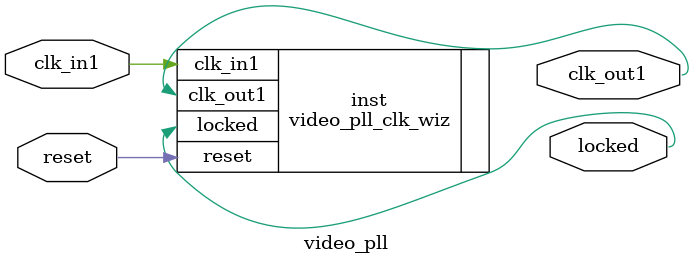
<source format=v>


`timescale 1ps/1ps

(* CORE_GENERATION_INFO = "video_pll,clk_wiz_v5_4_3_0,{component_name=video_pll,use_phase_alignment=true,use_min_o_jitter=false,use_max_i_jitter=false,use_dyn_phase_shift=false,use_inclk_switchover=false,use_dyn_reconfig=false,enable_axi=0,feedback_source=FDBK_AUTO,PRIMITIVE=MMCM,num_out_clk=1,clkin1_period=5.000,clkin2_period=10.0,use_power_down=false,use_reset=true,use_locked=true,use_inclk_stopped=false,feedback_type=SINGLE,CLOCK_MGR_TYPE=NA,manual_override=false}" *)

module video_pll 
 (
  // Clock out ports
  output        clk_out1,
  // Status and control signals
  input         reset,
  output        locked,
 // Clock in ports
  input         clk_in1
 );

  video_pll_clk_wiz inst
  (
  // Clock out ports  
  .clk_out1(clk_out1),
  // Status and control signals               
  .reset(reset), 
  .locked(locked),
 // Clock in ports
  .clk_in1(clk_in1)
  );

endmodule

</source>
